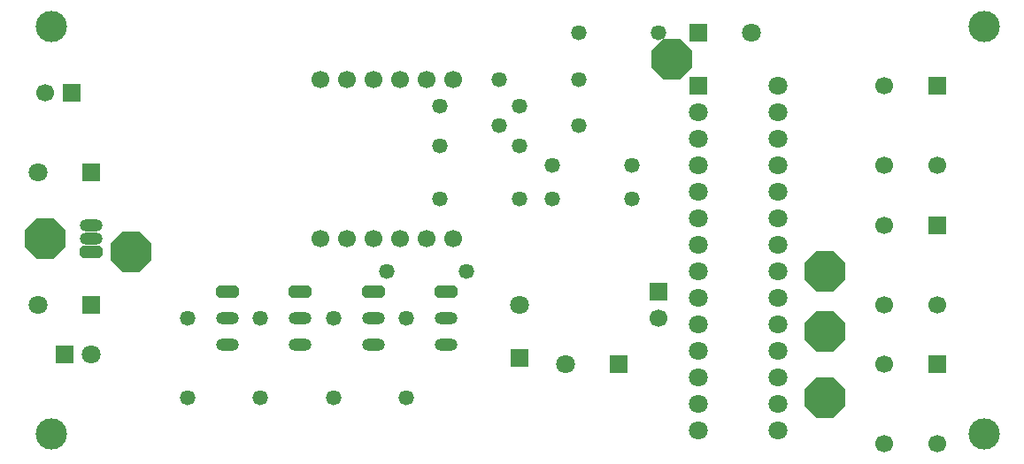
<source format=gbr>
G04 DipTrace 3.3.1.3*
G04 BottomMask.gbr*
%MOIN*%
G04 #@! TF.FileFunction,Soldermask,Bot*
G04 #@! TF.Part,Single*
%AMOUTLINE1*
4,1,8,
0.031763,0.076684,
-0.031763,0.076684,
-0.076684,0.031763,
-0.076684,-0.031763,
-0.031763,-0.076684,
0.031763,-0.076684,
0.076684,-0.031763,
0.076684,0.031763,
0.031763,0.076684,
0*%
%AMOUTLINE4*
4,1,8,
-0.076684,0.031763,
-0.076684,-0.031763,
-0.031763,-0.076684,
0.031763,-0.076684,
0.076684,-0.031763,
0.076684,0.031763,
0.031763,0.076684,
-0.031763,0.076684,
-0.076684,0.031763,
0*%
%AMOUTLINE7*
4,1,8,
0.031158,-0.023622,
0.043307,-0.011473,
0.043307,0.011473,
0.031158,0.023622,
-0.031158,0.023622,
-0.043307,0.011473,
-0.043307,-0.011473,
-0.031158,-0.023622,
0.031158,-0.023622,
0*%
%AMOUTLINE10*
4,1,8,
-0.031158,0.023622,
-0.043307,0.011473,
-0.043307,-0.011473,
-0.031158,-0.023622,
0.031158,-0.023622,
0.043307,-0.011473,
0.043307,0.011473,
0.031158,0.023622,
-0.031158,0.023622,
0*%
%ADD24C,0.11811*%
%ADD30C,0.057874*%
%ADD32C,0.057874*%
%ADD34O,0.086614X0.047244*%
%ADD36C,0.066929*%
%ADD38R,0.066929X0.066929*%
%ADD40R,0.070866X0.070866*%
%ADD42C,0.070866*%
%ADD49OUTLINE1*%
%ADD52OUTLINE4*%
%ADD55OUTLINE7*%
%ADD58OUTLINE10*%
%FSLAX26Y26*%
G04*
G70*
G90*
G75*
G01*
G04 BotMask*
%LPD*%
D42*
X2368701Y1106201D3*
D40*
Y906201D3*
D42*
X2543701Y881201D3*
D40*
X2743701D3*
D42*
X556201Y1606201D3*
D40*
X756201D3*
D42*
X556201Y1106201D3*
D40*
X756201D3*
X656201Y918701D3*
D42*
X756201D3*
X3243701Y2131201D3*
D40*
X3043701D3*
D49*
X581201Y1356201D3*
D24*
X606201Y618701D3*
Y2156201D3*
X4118701Y618701D3*
Y2156201D3*
D38*
X681201Y1906201D3*
D36*
X581201D3*
X1618701Y1356201D3*
X1718701D3*
X1818701D3*
X1918701D3*
X2018701D3*
X1618701Y1956201D3*
X1718701D3*
X1818701D3*
X1918701D3*
X2018701D3*
X2118701Y1356201D3*
Y1956201D3*
D52*
X3518701Y1006201D3*
Y756201D3*
D55*
X1818701Y1156201D3*
D34*
Y1056201D3*
Y956201D3*
D55*
X1543701Y1156201D3*
D34*
Y1056201D3*
Y956201D3*
D55*
X1268701Y1156201D3*
D34*
Y1056201D3*
Y956201D3*
D55*
X2093701Y1156201D3*
D34*
Y1056201D3*
Y956201D3*
D38*
X2893701Y1156201D3*
D36*
Y1056201D3*
D32*
X2293701Y1781201D3*
D30*
X2593701D3*
D32*
X2293701Y1956201D3*
D30*
X2593701D3*
D32*
X2493701Y1631201D3*
D30*
X2793701D3*
D32*
X2493701Y1506201D3*
D30*
X2793701D3*
D32*
X2068701Y1706201D3*
D30*
X2368701D3*
D32*
X2068701Y1856201D3*
D30*
X2368701D3*
D32*
X2068701Y1506201D3*
D30*
X2368701D3*
D32*
X1868701Y1231201D3*
D30*
X2168701D3*
D32*
X1668701Y756201D3*
D30*
Y1056201D3*
D32*
X1393701Y756201D3*
D30*
Y1056201D3*
D32*
X1118701Y756201D3*
D30*
Y1056201D3*
D32*
X1943701Y756201D3*
D30*
Y1056201D3*
D32*
X2893701Y2131201D3*
D30*
X2593701D3*
D52*
X2943701Y2031201D3*
D38*
X3943701Y881201D3*
D36*
X3743701D3*
Y581201D3*
X3943701D3*
D38*
Y1406201D3*
D36*
X3743701D3*
Y1106201D3*
X3943701D3*
D38*
Y1931201D3*
D36*
X3743701D3*
Y1631201D3*
X3943701D3*
D52*
X3518701Y1231201D3*
D40*
X3043701Y1931201D3*
D42*
Y1831201D3*
Y1731201D3*
Y1631201D3*
Y1531201D3*
Y1431201D3*
Y1331201D3*
Y1231201D3*
Y1131201D3*
Y1031201D3*
Y931201D3*
Y831201D3*
Y731201D3*
Y631201D3*
X3343701D3*
Y731201D3*
Y831201D3*
Y931201D3*
Y1031201D3*
Y1131201D3*
Y1231201D3*
Y1331201D3*
Y1431201D3*
Y1531201D3*
Y1631201D3*
Y1731201D3*
Y1831201D3*
Y1931201D3*
D58*
X756201Y1306201D3*
D34*
Y1356201D3*
Y1406201D3*
D49*
X906201Y1306201D3*
M02*

</source>
